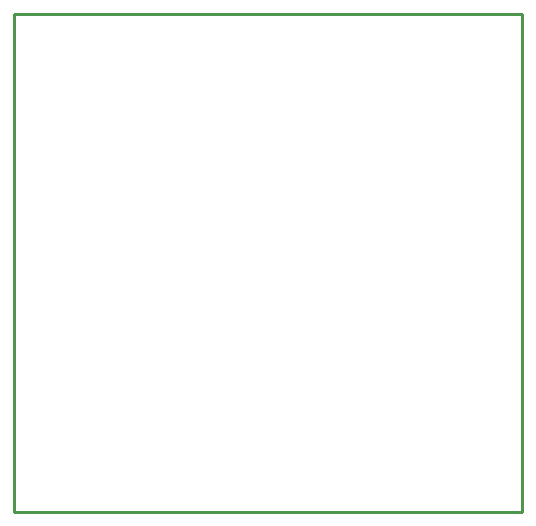
<source format=gbr>
G04 EAGLE Gerber RS-274X export*
G75*
%MOMM*%
%FSLAX34Y34*%
%LPD*%
%IN*%
%IPPOS*%
%AMOC8*
5,1,8,0,0,1.08239X$1,22.5*%
G01*
%ADD10C,0.254000*%


D10*
X0Y0D02*
X429620Y0D01*
X429620Y422000D01*
X0Y422000D01*
X0Y0D01*
M02*

</source>
